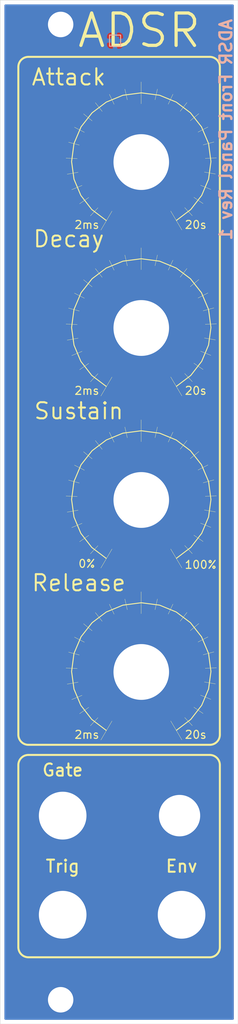
<source format=kicad_pcb>
(kicad_pcb (version 20171130) (host pcbnew 5.1.4)

  (general
    (thickness 1.6)
    (drawings 37)
    (tracks 10)
    (zones 0)
    (modules 5)
    (nets 2)
  )

  (page A4)
  (layers
    (0 F.Cu signal)
    (31 B.Cu signal)
    (32 B.Adhes user)
    (33 F.Adhes user)
    (34 B.Paste user)
    (35 F.Paste user)
    (36 B.SilkS user)
    (37 F.SilkS user)
    (38 B.Mask user)
    (39 F.Mask user)
    (40 Dwgs.User user)
    (41 Cmts.User user)
    (42 Eco1.User user)
    (43 Eco2.User user)
    (44 Edge.Cuts user)
    (45 Margin user)
    (46 B.CrtYd user)
    (47 F.CrtYd user)
    (48 B.Fab user)
    (49 F.Fab user)
  )

  (setup
    (last_trace_width 0.25)
    (trace_clearance 0.2)
    (zone_clearance 0.508)
    (zone_45_only no)
    (trace_min 0.2)
    (via_size 0.8)
    (via_drill 0.4)
    (via_min_size 0.4)
    (via_min_drill 0.3)
    (user_via 4 3)
    (user_via 6.2 5.2)
    (user_via 7.999999 6.000001)
    (user_via 11.999999 7.000001)
    (uvia_size 0.3)
    (uvia_drill 0.1)
    (uvias_allowed no)
    (uvia_min_size 0.2)
    (uvia_min_drill 0.1)
    (edge_width 0.05)
    (segment_width 0.2)
    (pcb_text_width 0.3)
    (pcb_text_size 1.5 1.5)
    (mod_edge_width 0.12)
    (mod_text_size 1 1)
    (mod_text_width 0.15)
    (pad_size 1.524 1.524)
    (pad_drill 0.762)
    (pad_to_mask_clearance 0.051)
    (solder_mask_min_width 0.25)
    (aux_axis_origin 0 0)
    (visible_elements FFFFFF7F)
    (pcbplotparams
      (layerselection 0x010fc_ffffffff)
      (usegerberextensions false)
      (usegerberattributes false)
      (usegerberadvancedattributes false)
      (creategerberjobfile false)
      (excludeedgelayer true)
      (linewidth 0.100000)
      (plotframeref false)
      (viasonmask false)
      (mode 1)
      (useauxorigin false)
      (hpglpennumber 1)
      (hpglpenspeed 20)
      (hpglpendiameter 15.000000)
      (psnegative false)
      (psa4output false)
      (plotreference true)
      (plotvalue true)
      (plotinvisibletext false)
      (padsonsilk false)
      (subtractmaskfromsilk false)
      (outputformat 1)
      (mirror false)
      (drillshape 1)
      (scaleselection 1)
      (outputdirectory ""))
  )

  (net 0 "")
  (net 1 GND)

  (net_class Default "This is the default net class."
    (clearance 0.2)
    (trace_width 0.25)
    (via_dia 0.8)
    (via_drill 0.4)
    (uvia_dia 0.3)
    (uvia_drill 0.1)
    (add_net GND)
  )

  (module AS3340_VCO_FP:knob_tick_marks (layer F.Cu) (tedit 5D785F37) (tstamp 5D7986A0)
    (at 81.534 123.444)
    (descr "Imported from knob_tick_marks.svg")
    (tags svg2mod)
    (attr smd)
    (fp_text reference tick_marks (at 0 -12.347405) (layer F.SilkS) hide
      (effects (font (size 1.524 1.524) (thickness 0.3048)))
    )
    (fp_text value G*** (at 0 12.347405) (layer F.SilkS) hide
      (effects (font (size 1.524 1.524) (thickness 0.3048)))
    )
    (fp_line (start 5.11941 9.283685) (end 3.710646 6.912775) (layer F.SilkS) (width 0.032346))
    (fp_line (start 3.710646 6.912775) (end 5.11941 9.283685) (layer F.SilkS) (width 0.032346))
    (fp_line (start 6.427583 7.491695) (end 5.477879 6.483435) (layer F.SilkS) (width 0.032346))
    (fp_line (start 5.477879 6.483435) (end 6.427583 7.491695) (layer F.SilkS) (width 0.032346))
    (fp_line (start 7.783587 5.969315) (end 6.633531 5.185985) (layer F.SilkS) (width 0.032346))
    (fp_line (start 6.633531 5.185985) (end 7.783587 5.969315) (layer F.SilkS) (width 0.032346))
    (fp_line (start 8.771023 4.195885) (end 7.475071 3.674585) (layer F.SilkS) (width 0.032346))
    (fp_line (start 7.475071 3.674585) (end 8.771023 4.195885) (layer F.SilkS) (width 0.032346))
    (fp_line (start 9.343135 2.255395) (end 7.962653 2.020805) (layer F.SilkS) (width 0.032346))
    (fp_line (start 7.962653 2.020805) (end 9.343135 2.255395) (layer F.SilkS) (width 0.032346))
    (fp_line (start 9.472832 0.239745) (end 8.073187 0.302945) (layer F.SilkS) (width 0.032346))
    (fp_line (start 8.073187 0.302945) (end 9.472832 0.239745) (layer F.SilkS) (width 0.032346))
    (fp_line (start 9.153974 -1.755685) (end 7.80144 -1.397635) (layer F.SilkS) (width 0.032346))
    (fp_line (start 7.80144 -1.397635) (end 9.153974 -1.755685) (layer F.SilkS) (width 0.032346))
    (fp_line (start 8.401658 -3.636345) (end 7.160281 -3.000425) (layer F.SilkS) (width 0.032346))
    (fp_line (start 7.160281 -3.000425) (end 8.401658 -3.636345) (layer F.SilkS) (width 0.032346))
    (fp_line (start 7.251508 -5.313205) (end 6.180067 -4.429525) (layer F.SilkS) (width 0.032346))
    (fp_line (start 6.180067 -4.429525) (end 7.251508 -5.313205) (layer F.SilkS) (width 0.032346))
    (fp_line (start 5.757984 -6.706865) (end 4.907215 -5.617265) (layer F.SilkS) (width 0.032346))
    (fp_line (start 4.907215 -5.617265) (end 5.757984 -6.706865) (layer F.SilkS) (width 0.032346))
    (fp_line (start 3.991808 -7.751335) (end 3.401994 -6.507405) (layer F.SilkS) (width 0.032346))
    (fp_line (start 3.401994 -6.507405) (end 3.991808 -7.751335) (layer F.SilkS) (width 0.032346))
    (fp_line (start 2.036609 -8.397145) (end 1.73568 -7.057805) (layer F.SilkS) (width 0.032346))
    (fp_line (start 1.73568 -7.057805) (end 2.036609 -8.397145) (layer F.SilkS) (width 0.032346))
    (fp_line (start -0.016143 -9.299405) (end -0.011743 -6.556715) (layer F.SilkS) (width 0.032346))
    (fp_line (start -0.011743 -6.556715) (end -0.016143 -9.299405) (layer F.SilkS) (width 0.032346))
    (fp_line (start -2.065983 -8.390825) (end -1.76075 -7.052415) (layer F.SilkS) (width 0.032346))
    (fp_line (start -1.76075 -7.052415) (end -2.065983 -8.390825) (layer F.SilkS) (width 0.032346))
    (fp_line (start -4.019097 -7.738995) (end -3.425287 -6.496895) (layer F.SilkS) (width 0.032346))
    (fp_line (start -3.425287 -6.496895) (end -4.019097 -7.738995) (layer F.SilkS) (width 0.032346))
    (fp_line (start -5.781907 -6.689095) (end -4.927638 -5.602125) (layer F.SilkS) (width 0.032346))
    (fp_line (start -4.927638 -5.602125) (end -5.781907 -6.689095) (layer F.SilkS) (width 0.032346))
    (fp_line (start -7.270942 -5.290845) (end -6.196667 -4.410465) (layer F.SilkS) (width 0.032346))
    (fp_line (start -6.196667 -4.410465) (end -7.270942 -5.290845) (layer F.SilkS) (width 0.032346))
    (fp_line (start -8.415696 -3.610455) (end -7.172281 -2.978355) (layer F.SilkS) (width 0.032346))
    (fp_line (start -7.172281 -2.978355) (end -8.415696 -3.610455) (layer F.SilkS) (width 0.032346))
    (fp_line (start -9.161962 -1.727485) (end -7.808285 -1.373595) (layer F.SilkS) (width 0.032346))
    (fp_line (start -7.808285 -1.373595) (end -9.161962 -1.727485) (layer F.SilkS) (width 0.032346))
    (fp_line (start -9.474404 0.268915) (end -8.074563 0.327815) (layer F.SilkS) (width 0.032346))
    (fp_line (start -8.074563 0.327815) (end -9.474404 0.268915) (layer F.SilkS) (width 0.032346))
    (fp_line (start -9.338227 2.284155) (end -7.958507 2.045315) (layer F.SilkS) (width 0.032346))
    (fp_line (start -7.958507 2.045315) (end -9.338227 2.284155) (layer F.SilkS) (width 0.032346))
    (fp_line (start -8.75988 4.222875) (end -7.465611 3.697585) (layer F.SilkS) (width 0.032346))
    (fp_line (start -7.465611 3.697585) (end -8.75988 4.222875) (layer F.SilkS) (width 0.032346))
    (fp_line (start -7.766748 5.993255) (end -6.619216 5.206385) (layer F.SilkS) (width 0.032346))
    (fp_line (start -6.619216 5.206385) (end -7.766748 5.993255) (layer F.SilkS) (width 0.032346))
    (fp_line (start -6.405857 7.511455) (end -5.459399 6.500275) (layer F.SilkS) (width 0.032346))
    (fp_line (start -5.459399 6.500275) (end -6.405857 7.511455) (layer F.SilkS) (width 0.032346))
    (fp_line (start -5.091929 9.299405) (end -3.690794 6.924175) (layer F.SilkS) (width 0.032346))
    (fp_line (start -3.690794 6.924175) (end -5.091929 9.299405) (layer F.SilkS) (width 0.032346))
    (fp_poly (pts (xy 0 -7.988525) (xy -2.326013 -7.684565) (xy -4.437832 -6.820018) (xy -6.240918 -5.465883)
      (xy -7.64073 -3.693159) (xy -8.542729 -1.572845) (xy -8.844793 0.704834) (xy -8.538211 2.925137)
      (xy -7.668557 4.980292) (xy -6.281407 6.762526) (xy -4.422334 8.164065) (xy -4.360304 8.059605)
      (xy -6.193624 6.677555) (xy -7.561473 4.920232) (xy -8.418954 2.893814) (xy -8.721172 0.704479)
      (xy -8.423231 -1.541595) (xy -7.533847 -3.632536) (xy -6.153734 -5.380608) (xy -4.375989 -6.715849)
      (xy -2.293712 -7.568298) (xy 0 -7.867995) (xy 2.293711 -7.568298) (xy 4.375989 -6.715849)
      (xy 6.153733 -5.380608) (xy 7.533846 -3.632536) (xy 8.42323 -1.541595) (xy 8.721171 0.704479)
      (xy 8.418954 2.893814) (xy 7.561473 4.920232) (xy 6.193624 6.677555) (xy 4.360303 8.059605)
      (xy 4.422333 8.164065) (xy 6.281406 6.762526) (xy 7.668556 4.980292) (xy 8.53821 2.925137)
      (xy 8.844792 0.704834) (xy 8.542728 -1.572845) (xy 7.64073 -3.693159) (xy 6.240917 -5.465883)
      (xy 4.437832 -6.820018) (xy 2.326012 -7.684565) (xy 0 -7.988525)) (layer F.SilkS) (width 0))
  )

  (module AS3340_VCO_FP:knob_tick_marks (layer F.Cu) (tedit 5D785F37) (tstamp 5D7986A0)
    (at 81.534 101.854)
    (descr "Imported from knob_tick_marks.svg")
    (tags svg2mod)
    (attr smd)
    (fp_text reference tick_marks (at 0 -12.347405) (layer F.SilkS) hide
      (effects (font (size 1.524 1.524) (thickness 0.3048)))
    )
    (fp_text value G*** (at 0 12.347405) (layer F.SilkS) hide
      (effects (font (size 1.524 1.524) (thickness 0.3048)))
    )
    (fp_line (start 5.11941 9.283685) (end 3.710646 6.912775) (layer F.SilkS) (width 0.032346))
    (fp_line (start 3.710646 6.912775) (end 5.11941 9.283685) (layer F.SilkS) (width 0.032346))
    (fp_line (start 6.427583 7.491695) (end 5.477879 6.483435) (layer F.SilkS) (width 0.032346))
    (fp_line (start 5.477879 6.483435) (end 6.427583 7.491695) (layer F.SilkS) (width 0.032346))
    (fp_line (start 7.783587 5.969315) (end 6.633531 5.185985) (layer F.SilkS) (width 0.032346))
    (fp_line (start 6.633531 5.185985) (end 7.783587 5.969315) (layer F.SilkS) (width 0.032346))
    (fp_line (start 8.771023 4.195885) (end 7.475071 3.674585) (layer F.SilkS) (width 0.032346))
    (fp_line (start 7.475071 3.674585) (end 8.771023 4.195885) (layer F.SilkS) (width 0.032346))
    (fp_line (start 9.343135 2.255395) (end 7.962653 2.020805) (layer F.SilkS) (width 0.032346))
    (fp_line (start 7.962653 2.020805) (end 9.343135 2.255395) (layer F.SilkS) (width 0.032346))
    (fp_line (start 9.472832 0.239745) (end 8.073187 0.302945) (layer F.SilkS) (width 0.032346))
    (fp_line (start 8.073187 0.302945) (end 9.472832 0.239745) (layer F.SilkS) (width 0.032346))
    (fp_line (start 9.153974 -1.755685) (end 7.80144 -1.397635) (layer F.SilkS) (width 0.032346))
    (fp_line (start 7.80144 -1.397635) (end 9.153974 -1.755685) (layer F.SilkS) (width 0.032346))
    (fp_line (start 8.401658 -3.636345) (end 7.160281 -3.000425) (layer F.SilkS) (width 0.032346))
    (fp_line (start 7.160281 -3.000425) (end 8.401658 -3.636345) (layer F.SilkS) (width 0.032346))
    (fp_line (start 7.251508 -5.313205) (end 6.180067 -4.429525) (layer F.SilkS) (width 0.032346))
    (fp_line (start 6.180067 -4.429525) (end 7.251508 -5.313205) (layer F.SilkS) (width 0.032346))
    (fp_line (start 5.757984 -6.706865) (end 4.907215 -5.617265) (layer F.SilkS) (width 0.032346))
    (fp_line (start 4.907215 -5.617265) (end 5.757984 -6.706865) (layer F.SilkS) (width 0.032346))
    (fp_line (start 3.991808 -7.751335) (end 3.401994 -6.507405) (layer F.SilkS) (width 0.032346))
    (fp_line (start 3.401994 -6.507405) (end 3.991808 -7.751335) (layer F.SilkS) (width 0.032346))
    (fp_line (start 2.036609 -8.397145) (end 1.73568 -7.057805) (layer F.SilkS) (width 0.032346))
    (fp_line (start 1.73568 -7.057805) (end 2.036609 -8.397145) (layer F.SilkS) (width 0.032346))
    (fp_line (start -0.016143 -9.299405) (end -0.011743 -6.556715) (layer F.SilkS) (width 0.032346))
    (fp_line (start -0.011743 -6.556715) (end -0.016143 -9.299405) (layer F.SilkS) (width 0.032346))
    (fp_line (start -2.065983 -8.390825) (end -1.76075 -7.052415) (layer F.SilkS) (width 0.032346))
    (fp_line (start -1.76075 -7.052415) (end -2.065983 -8.390825) (layer F.SilkS) (width 0.032346))
    (fp_line (start -4.019097 -7.738995) (end -3.425287 -6.496895) (layer F.SilkS) (width 0.032346))
    (fp_line (start -3.425287 -6.496895) (end -4.019097 -7.738995) (layer F.SilkS) (width 0.032346))
    (fp_line (start -5.781907 -6.689095) (end -4.927638 -5.602125) (layer F.SilkS) (width 0.032346))
    (fp_line (start -4.927638 -5.602125) (end -5.781907 -6.689095) (layer F.SilkS) (width 0.032346))
    (fp_line (start -7.270942 -5.290845) (end -6.196667 -4.410465) (layer F.SilkS) (width 0.032346))
    (fp_line (start -6.196667 -4.410465) (end -7.270942 -5.290845) (layer F.SilkS) (width 0.032346))
    (fp_line (start -8.415696 -3.610455) (end -7.172281 -2.978355) (layer F.SilkS) (width 0.032346))
    (fp_line (start -7.172281 -2.978355) (end -8.415696 -3.610455) (layer F.SilkS) (width 0.032346))
    (fp_line (start -9.161962 -1.727485) (end -7.808285 -1.373595) (layer F.SilkS) (width 0.032346))
    (fp_line (start -7.808285 -1.373595) (end -9.161962 -1.727485) (layer F.SilkS) (width 0.032346))
    (fp_line (start -9.474404 0.268915) (end -8.074563 0.327815) (layer F.SilkS) (width 0.032346))
    (fp_line (start -8.074563 0.327815) (end -9.474404 0.268915) (layer F.SilkS) (width 0.032346))
    (fp_line (start -9.338227 2.284155) (end -7.958507 2.045315) (layer F.SilkS) (width 0.032346))
    (fp_line (start -7.958507 2.045315) (end -9.338227 2.284155) (layer F.SilkS) (width 0.032346))
    (fp_line (start -8.75988 4.222875) (end -7.465611 3.697585) (layer F.SilkS) (width 0.032346))
    (fp_line (start -7.465611 3.697585) (end -8.75988 4.222875) (layer F.SilkS) (width 0.032346))
    (fp_line (start -7.766748 5.993255) (end -6.619216 5.206385) (layer F.SilkS) (width 0.032346))
    (fp_line (start -6.619216 5.206385) (end -7.766748 5.993255) (layer F.SilkS) (width 0.032346))
    (fp_line (start -6.405857 7.511455) (end -5.459399 6.500275) (layer F.SilkS) (width 0.032346))
    (fp_line (start -5.459399 6.500275) (end -6.405857 7.511455) (layer F.SilkS) (width 0.032346))
    (fp_line (start -5.091929 9.299405) (end -3.690794 6.924175) (layer F.SilkS) (width 0.032346))
    (fp_line (start -3.690794 6.924175) (end -5.091929 9.299405) (layer F.SilkS) (width 0.032346))
    (fp_poly (pts (xy 0 -7.988525) (xy -2.326013 -7.684565) (xy -4.437832 -6.820018) (xy -6.240918 -5.465883)
      (xy -7.64073 -3.693159) (xy -8.542729 -1.572845) (xy -8.844793 0.704834) (xy -8.538211 2.925137)
      (xy -7.668557 4.980292) (xy -6.281407 6.762526) (xy -4.422334 8.164065) (xy -4.360304 8.059605)
      (xy -6.193624 6.677555) (xy -7.561473 4.920232) (xy -8.418954 2.893814) (xy -8.721172 0.704479)
      (xy -8.423231 -1.541595) (xy -7.533847 -3.632536) (xy -6.153734 -5.380608) (xy -4.375989 -6.715849)
      (xy -2.293712 -7.568298) (xy 0 -7.867995) (xy 2.293711 -7.568298) (xy 4.375989 -6.715849)
      (xy 6.153733 -5.380608) (xy 7.533846 -3.632536) (xy 8.42323 -1.541595) (xy 8.721171 0.704479)
      (xy 8.418954 2.893814) (xy 7.561473 4.920232) (xy 6.193624 6.677555) (xy 4.360303 8.059605)
      (xy 4.422333 8.164065) (xy 6.281406 6.762526) (xy 7.668556 4.980292) (xy 8.53821 2.925137)
      (xy 8.844792 0.704834) (xy 8.542728 -1.572845) (xy 7.64073 -3.693159) (xy 6.240917 -5.465883)
      (xy 4.437832 -6.820018) (xy 2.326012 -7.684565) (xy 0 -7.988525)) (layer F.SilkS) (width 0))
  )

  (module AS3340_VCO_FP:knob_tick_marks (layer F.Cu) (tedit 5D785F37) (tstamp 5D78B7EE)
    (at 81.534 80.264)
    (descr "Imported from knob_tick_marks.svg")
    (tags svg2mod)
    (attr smd)
    (fp_text reference tick_marks (at 0 -12.347405) (layer F.SilkS) hide
      (effects (font (size 1.524 1.524) (thickness 0.3048)))
    )
    (fp_text value G*** (at 0 12.347405) (layer F.SilkS) hide
      (effects (font (size 1.524 1.524) (thickness 0.3048)))
    )
    (fp_poly (pts (xy 0 -7.988525) (xy -2.326013 -7.684565) (xy -4.437832 -6.820018) (xy -6.240918 -5.465883)
      (xy -7.64073 -3.693159) (xy -8.542729 -1.572845) (xy -8.844793 0.704834) (xy -8.538211 2.925137)
      (xy -7.668557 4.980292) (xy -6.281407 6.762526) (xy -4.422334 8.164065) (xy -4.360304 8.059605)
      (xy -6.193624 6.677555) (xy -7.561473 4.920232) (xy -8.418954 2.893814) (xy -8.721172 0.704479)
      (xy -8.423231 -1.541595) (xy -7.533847 -3.632536) (xy -6.153734 -5.380608) (xy -4.375989 -6.715849)
      (xy -2.293712 -7.568298) (xy 0 -7.867995) (xy 2.293711 -7.568298) (xy 4.375989 -6.715849)
      (xy 6.153733 -5.380608) (xy 7.533846 -3.632536) (xy 8.42323 -1.541595) (xy 8.721171 0.704479)
      (xy 8.418954 2.893814) (xy 7.561473 4.920232) (xy 6.193624 6.677555) (xy 4.360303 8.059605)
      (xy 4.422333 8.164065) (xy 6.281406 6.762526) (xy 7.668556 4.980292) (xy 8.53821 2.925137)
      (xy 8.844792 0.704834) (xy 8.542728 -1.572845) (xy 7.64073 -3.693159) (xy 6.240917 -5.465883)
      (xy 4.437832 -6.820018) (xy 2.326012 -7.684565) (xy 0 -7.988525)) (layer F.SilkS) (width 0))
    (fp_line (start -3.690794 6.924175) (end -5.091929 9.299405) (layer F.SilkS) (width 0.032346))
    (fp_line (start -5.091929 9.299405) (end -3.690794 6.924175) (layer F.SilkS) (width 0.032346))
    (fp_line (start -5.459399 6.500275) (end -6.405857 7.511455) (layer F.SilkS) (width 0.032346))
    (fp_line (start -6.405857 7.511455) (end -5.459399 6.500275) (layer F.SilkS) (width 0.032346))
    (fp_line (start -6.619216 5.206385) (end -7.766748 5.993255) (layer F.SilkS) (width 0.032346))
    (fp_line (start -7.766748 5.993255) (end -6.619216 5.206385) (layer F.SilkS) (width 0.032346))
    (fp_line (start -7.465611 3.697585) (end -8.75988 4.222875) (layer F.SilkS) (width 0.032346))
    (fp_line (start -8.75988 4.222875) (end -7.465611 3.697585) (layer F.SilkS) (width 0.032346))
    (fp_line (start -7.958507 2.045315) (end -9.338227 2.284155) (layer F.SilkS) (width 0.032346))
    (fp_line (start -9.338227 2.284155) (end -7.958507 2.045315) (layer F.SilkS) (width 0.032346))
    (fp_line (start -8.074563 0.327815) (end -9.474404 0.268915) (layer F.SilkS) (width 0.032346))
    (fp_line (start -9.474404 0.268915) (end -8.074563 0.327815) (layer F.SilkS) (width 0.032346))
    (fp_line (start -7.808285 -1.373595) (end -9.161962 -1.727485) (layer F.SilkS) (width 0.032346))
    (fp_line (start -9.161962 -1.727485) (end -7.808285 -1.373595) (layer F.SilkS) (width 0.032346))
    (fp_line (start -7.172281 -2.978355) (end -8.415696 -3.610455) (layer F.SilkS) (width 0.032346))
    (fp_line (start -8.415696 -3.610455) (end -7.172281 -2.978355) (layer F.SilkS) (width 0.032346))
    (fp_line (start -6.196667 -4.410465) (end -7.270942 -5.290845) (layer F.SilkS) (width 0.032346))
    (fp_line (start -7.270942 -5.290845) (end -6.196667 -4.410465) (layer F.SilkS) (width 0.032346))
    (fp_line (start -4.927638 -5.602125) (end -5.781907 -6.689095) (layer F.SilkS) (width 0.032346))
    (fp_line (start -5.781907 -6.689095) (end -4.927638 -5.602125) (layer F.SilkS) (width 0.032346))
    (fp_line (start -3.425287 -6.496895) (end -4.019097 -7.738995) (layer F.SilkS) (width 0.032346))
    (fp_line (start -4.019097 -7.738995) (end -3.425287 -6.496895) (layer F.SilkS) (width 0.032346))
    (fp_line (start -1.76075 -7.052415) (end -2.065983 -8.390825) (layer F.SilkS) (width 0.032346))
    (fp_line (start -2.065983 -8.390825) (end -1.76075 -7.052415) (layer F.SilkS) (width 0.032346))
    (fp_line (start -0.011743 -6.556715) (end -0.016143 -9.299405) (layer F.SilkS) (width 0.032346))
    (fp_line (start -0.016143 -9.299405) (end -0.011743 -6.556715) (layer F.SilkS) (width 0.032346))
    (fp_line (start 1.73568 -7.057805) (end 2.036609 -8.397145) (layer F.SilkS) (width 0.032346))
    (fp_line (start 2.036609 -8.397145) (end 1.73568 -7.057805) (layer F.SilkS) (width 0.032346))
    (fp_line (start 3.401994 -6.507405) (end 3.991808 -7.751335) (layer F.SilkS) (width 0.032346))
    (fp_line (start 3.991808 -7.751335) (end 3.401994 -6.507405) (layer F.SilkS) (width 0.032346))
    (fp_line (start 4.907215 -5.617265) (end 5.757984 -6.706865) (layer F.SilkS) (width 0.032346))
    (fp_line (start 5.757984 -6.706865) (end 4.907215 -5.617265) (layer F.SilkS) (width 0.032346))
    (fp_line (start 6.180067 -4.429525) (end 7.251508 -5.313205) (layer F.SilkS) (width 0.032346))
    (fp_line (start 7.251508 -5.313205) (end 6.180067 -4.429525) (layer F.SilkS) (width 0.032346))
    (fp_line (start 7.160281 -3.000425) (end 8.401658 -3.636345) (layer F.SilkS) (width 0.032346))
    (fp_line (start 8.401658 -3.636345) (end 7.160281 -3.000425) (layer F.SilkS) (width 0.032346))
    (fp_line (start 7.80144 -1.397635) (end 9.153974 -1.755685) (layer F.SilkS) (width 0.032346))
    (fp_line (start 9.153974 -1.755685) (end 7.80144 -1.397635) (layer F.SilkS) (width 0.032346))
    (fp_line (start 8.073187 0.302945) (end 9.472832 0.239745) (layer F.SilkS) (width 0.032346))
    (fp_line (start 9.472832 0.239745) (end 8.073187 0.302945) (layer F.SilkS) (width 0.032346))
    (fp_line (start 7.962653 2.020805) (end 9.343135 2.255395) (layer F.SilkS) (width 0.032346))
    (fp_line (start 9.343135 2.255395) (end 7.962653 2.020805) (layer F.SilkS) (width 0.032346))
    (fp_line (start 7.475071 3.674585) (end 8.771023 4.195885) (layer F.SilkS) (width 0.032346))
    (fp_line (start 8.771023 4.195885) (end 7.475071 3.674585) (layer F.SilkS) (width 0.032346))
    (fp_line (start 6.633531 5.185985) (end 7.783587 5.969315) (layer F.SilkS) (width 0.032346))
    (fp_line (start 7.783587 5.969315) (end 6.633531 5.185985) (layer F.SilkS) (width 0.032346))
    (fp_line (start 5.477879 6.483435) (end 6.427583 7.491695) (layer F.SilkS) (width 0.032346))
    (fp_line (start 6.427583 7.491695) (end 5.477879 6.483435) (layer F.SilkS) (width 0.032346))
    (fp_line (start 3.710646 6.912775) (end 5.11941 9.283685) (layer F.SilkS) (width 0.032346))
    (fp_line (start 5.11941 9.283685) (end 3.710646 6.912775) (layer F.SilkS) (width 0.032346))
  )

  (module AS3340_VCO_FP:knob_tick_marks (layer F.Cu) (tedit 5D785F37) (tstamp 5D78AE1A)
    (at 81.534 59.436)
    (descr "Imported from knob_tick_marks.svg")
    (tags svg2mod)
    (attr smd)
    (fp_text reference tick_marks (at 0 -12.347405) (layer F.SilkS) hide
      (effects (font (size 1.524 1.524) (thickness 0.3048)))
    )
    (fp_text value G*** (at 0 12.347405) (layer F.SilkS) hide
      (effects (font (size 1.524 1.524) (thickness 0.3048)))
    )
    (fp_line (start 5.11941 9.283685) (end 3.710646 6.912775) (layer F.SilkS) (width 0.032346))
    (fp_line (start 3.710646 6.912775) (end 5.11941 9.283685) (layer F.SilkS) (width 0.032346))
    (fp_line (start 6.427583 7.491695) (end 5.477879 6.483435) (layer F.SilkS) (width 0.032346))
    (fp_line (start 5.477879 6.483435) (end 6.427583 7.491695) (layer F.SilkS) (width 0.032346))
    (fp_line (start 7.783587 5.969315) (end 6.633531 5.185985) (layer F.SilkS) (width 0.032346))
    (fp_line (start 6.633531 5.185985) (end 7.783587 5.969315) (layer F.SilkS) (width 0.032346))
    (fp_line (start 8.771023 4.195885) (end 7.475071 3.674585) (layer F.SilkS) (width 0.032346))
    (fp_line (start 7.475071 3.674585) (end 8.771023 4.195885) (layer F.SilkS) (width 0.032346))
    (fp_line (start 9.343135 2.255395) (end 7.962653 2.020805) (layer F.SilkS) (width 0.032346))
    (fp_line (start 7.962653 2.020805) (end 9.343135 2.255395) (layer F.SilkS) (width 0.032346))
    (fp_line (start 9.472832 0.239745) (end 8.073187 0.302945) (layer F.SilkS) (width 0.032346))
    (fp_line (start 8.073187 0.302945) (end 9.472832 0.239745) (layer F.SilkS) (width 0.032346))
    (fp_line (start 9.153974 -1.755685) (end 7.80144 -1.397635) (layer F.SilkS) (width 0.032346))
    (fp_line (start 7.80144 -1.397635) (end 9.153974 -1.755685) (layer F.SilkS) (width 0.032346))
    (fp_line (start 8.401658 -3.636345) (end 7.160281 -3.000425) (layer F.SilkS) (width 0.032346))
    (fp_line (start 7.160281 -3.000425) (end 8.401658 -3.636345) (layer F.SilkS) (width 0.032346))
    (fp_line (start 7.251508 -5.313205) (end 6.180067 -4.429525) (layer F.SilkS) (width 0.032346))
    (fp_line (start 6.180067 -4.429525) (end 7.251508 -5.313205) (layer F.SilkS) (width 0.032346))
    (fp_line (start 5.757984 -6.706865) (end 4.907215 -5.617265) (layer F.SilkS) (width 0.032346))
    (fp_line (start 4.907215 -5.617265) (end 5.757984 -6.706865) (layer F.SilkS) (width 0.032346))
    (fp_line (start 3.991808 -7.751335) (end 3.401994 -6.507405) (layer F.SilkS) (width 0.032346))
    (fp_line (start 3.401994 -6.507405) (end 3.991808 -7.751335) (layer F.SilkS) (width 0.032346))
    (fp_line (start 2.036609 -8.397145) (end 1.73568 -7.057805) (layer F.SilkS) (width 0.032346))
    (fp_line (start 1.73568 -7.057805) (end 2.036609 -8.397145) (layer F.SilkS) (width 0.032346))
    (fp_line (start -0.016143 -9.299405) (end -0.011743 -6.556715) (layer F.SilkS) (width 0.032346))
    (fp_line (start -0.011743 -6.556715) (end -0.016143 -9.299405) (layer F.SilkS) (width 0.032346))
    (fp_line (start -2.065983 -8.390825) (end -1.76075 -7.052415) (layer F.SilkS) (width 0.032346))
    (fp_line (start -1.76075 -7.052415) (end -2.065983 -8.390825) (layer F.SilkS) (width 0.032346))
    (fp_line (start -4.019097 -7.738995) (end -3.425287 -6.496895) (layer F.SilkS) (width 0.032346))
    (fp_line (start -3.425287 -6.496895) (end -4.019097 -7.738995) (layer F.SilkS) (width 0.032346))
    (fp_line (start -5.781907 -6.689095) (end -4.927638 -5.602125) (layer F.SilkS) (width 0.032346))
    (fp_line (start -4.927638 -5.602125) (end -5.781907 -6.689095) (layer F.SilkS) (width 0.032346))
    (fp_line (start -7.270942 -5.290845) (end -6.196667 -4.410465) (layer F.SilkS) (width 0.032346))
    (fp_line (start -6.196667 -4.410465) (end -7.270942 -5.290845) (layer F.SilkS) (width 0.032346))
    (fp_line (start -8.415696 -3.610455) (end -7.172281 -2.978355) (layer F.SilkS) (width 0.032346))
    (fp_line (start -7.172281 -2.978355) (end -8.415696 -3.610455) (layer F.SilkS) (width 0.032346))
    (fp_line (start -9.161962 -1.727485) (end -7.808285 -1.373595) (layer F.SilkS) (width 0.032346))
    (fp_line (start -7.808285 -1.373595) (end -9.161962 -1.727485) (layer F.SilkS) (width 0.032346))
    (fp_line (start -9.474404 0.268915) (end -8.074563 0.327815) (layer F.SilkS) (width 0.032346))
    (fp_line (start -8.074563 0.327815) (end -9.474404 0.268915) (layer F.SilkS) (width 0.032346))
    (fp_line (start -9.338227 2.284155) (end -7.958507 2.045315) (layer F.SilkS) (width 0.032346))
    (fp_line (start -7.958507 2.045315) (end -9.338227 2.284155) (layer F.SilkS) (width 0.032346))
    (fp_line (start -8.75988 4.222875) (end -7.465611 3.697585) (layer F.SilkS) (width 0.032346))
    (fp_line (start -7.465611 3.697585) (end -8.75988 4.222875) (layer F.SilkS) (width 0.032346))
    (fp_line (start -7.766748 5.993255) (end -6.619216 5.206385) (layer F.SilkS) (width 0.032346))
    (fp_line (start -6.619216 5.206385) (end -7.766748 5.993255) (layer F.SilkS) (width 0.032346))
    (fp_line (start -6.405857 7.511455) (end -5.459399 6.500275) (layer F.SilkS) (width 0.032346))
    (fp_line (start -5.459399 6.500275) (end -6.405857 7.511455) (layer F.SilkS) (width 0.032346))
    (fp_line (start -5.091929 9.299405) (end -3.690794 6.924175) (layer F.SilkS) (width 0.032346))
    (fp_line (start -3.690794 6.924175) (end -5.091929 9.299405) (layer F.SilkS) (width 0.032346))
    (fp_poly (pts (xy 0 -7.988525) (xy -2.326013 -7.684565) (xy -4.437832 -6.820018) (xy -6.240918 -5.465883)
      (xy -7.64073 -3.693159) (xy -8.542729 -1.572845) (xy -8.844793 0.704834) (xy -8.538211 2.925137)
      (xy -7.668557 4.980292) (xy -6.281407 6.762526) (xy -4.422334 8.164065) (xy -4.360304 8.059605)
      (xy -6.193624 6.677555) (xy -7.561473 4.920232) (xy -8.418954 2.893814) (xy -8.721172 0.704479)
      (xy -8.423231 -1.541595) (xy -7.533847 -3.632536) (xy -6.153734 -5.380608) (xy -4.375989 -6.715849)
      (xy -2.293712 -7.568298) (xy 0 -7.867995) (xy 2.293711 -7.568298) (xy 4.375989 -6.715849)
      (xy 6.153733 -5.380608) (xy 7.533846 -3.632536) (xy 8.42323 -1.541595) (xy 8.721171 0.704479)
      (xy 8.418954 2.893814) (xy 7.561473 4.920232) (xy 6.193624 6.677555) (xy 4.360303 8.059605)
      (xy 4.422333 8.164065) (xy 6.281406 6.762526) (xy 7.668556 4.980292) (xy 8.53821 2.925137)
      (xy 8.844792 0.704834) (xy 8.542728 -1.572845) (xy 7.64073 -3.693159) (xy 6.240917 -5.465883)
      (xy 4.437832 -6.820018) (xy 2.326012 -7.684565) (xy 0 -7.988525)) (layer F.SilkS) (width 0))
  )

  (module TestPoint:TestPoint_Pad_1.0x1.0mm (layer B.Cu) (tedit 5A0F774F) (tstamp 5D78BF58)
    (at 78.232 44.958)
    (descr "SMD rectangular pad as test Point, square 1.0mm side length")
    (tags "test point SMD pad rectangle square")
    (path /5D78B81D)
    (attr virtual)
    (fp_text reference TP1 (at 0 1.448) (layer B.SilkS) hide
      (effects (font (size 1 1) (thickness 0.15)) (justify mirror))
    )
    (fp_text value TestPoint (at 0 -1.55) (layer B.Fab) hide
      (effects (font (size 1 1) (thickness 0.15)) (justify mirror))
    )
    (fp_text user %R (at 0 1.45) (layer B.Fab) hide
      (effects (font (size 1 1) (thickness 0.15)) (justify mirror))
    )
    (fp_line (start -0.7 0.7) (end 0.7 0.7) (layer B.SilkS) (width 0.12))
    (fp_line (start 0.7 0.7) (end 0.7 -0.7) (layer B.SilkS) (width 0.12))
    (fp_line (start 0.7 -0.7) (end -0.7 -0.7) (layer B.SilkS) (width 0.12))
    (fp_line (start -0.7 -0.7) (end -0.7 0.7) (layer B.SilkS) (width 0.12))
    (fp_line (start -1 1) (end 1 1) (layer B.CrtYd) (width 0.05))
    (fp_line (start -1 1) (end -1 -1) (layer B.CrtYd) (width 0.05))
    (fp_line (start 1 -1) (end 1 1) (layer B.CrtYd) (width 0.05))
    (fp_line (start 1 -1) (end -1 -1) (layer B.CrtYd) (width 0.05))
    (pad 1 smd rect (at 0 0) (size 1 1) (layers B.Cu B.Mask)
      (net 1 GND))
  )

  (gr_text 20s (at 88.392 68.072) (layer F.SilkS) (tstamp 5D8AF8B8)
    (effects (font (size 1 1) (thickness 0.15)))
  )
  (gr_text 20s (at 88.392 88.9) (layer F.SilkS) (tstamp 5D8AF8B8)
    (effects (font (size 1 1) (thickness 0.15)))
  )
  (gr_text 2ms (at 74.676 88.9) (layer F.SilkS) (tstamp 5D8AF845)
    (effects (font (size 1 1) (thickness 0.15)))
  )
  (gr_text 2ms (at 74.676 68.072) (layer F.SilkS) (tstamp 5D8AF845)
    (effects (font (size 1 1) (thickness 0.15)))
  )
  (gr_text 20s (at 88.392 132.08) (layer F.SilkS) (tstamp 5D8AF83F)
    (effects (font (size 1 1) (thickness 0.15)))
  )
  (gr_text 2ms (at 74.676 132.08) (layer F.SilkS) (tstamp 5D8AF83B)
    (effects (font (size 1 1) (thickness 0.15)))
  )
  (gr_line (start 67.31 160.02) (end 90.17 160.02) (layer F.SilkS) (width 0.254) (tstamp 5D798911))
  (gr_arc (start 67.31 158.75) (end 66.04 158.75) (angle -90) (layer F.SilkS) (width 0.254) (tstamp 5D798910))
  (gr_line (start 66.04 135.89) (end 66.04 158.75) (layer F.SilkS) (width 0.254) (tstamp 5D79890F))
  (gr_arc (start 90.17 158.75) (end 90.17 160.02) (angle -90) (layer F.SilkS) (width 0.254) (tstamp 5D79890E))
  (gr_line (start 91.44 158.75) (end 91.44 135.89) (layer F.SilkS) (width 0.254) (tstamp 5D7C3D62))
  (gr_text Env (at 86.614 148.59) (layer F.SilkS) (tstamp 5D798909)
    (effects (font (size 1.524 1.524) (thickness 0.254)))
  )
  (gr_text Trig (at 71.628 148.59) (layer F.SilkS)
    (effects (font (size 1.524 1.524) (thickness 0.254)))
  )
  (gr_text Gate (at 71.628 136.525) (layer F.SilkS)
    (effects (font (size 1.524 1.524) (thickness 0.254)))
  )
  (gr_text 100% (at 89.027 110.744) (layer F.SilkS)
    (effects (font (size 1 1) (thickness 0.15)))
  )
  (gr_text 0% (at 74.676 110.617) (layer F.SilkS)
    (effects (font (size 1 1) (thickness 0.15)))
  )
  (gr_line (start 67.31 133.35) (end 90.17 133.35) (layer F.SilkS) (width 0.254) (tstamp 5D7988B3))
  (gr_arc (start 67.31 132.08) (end 66.04 132.08) (angle -90) (layer F.SilkS) (width 0.254) (tstamp 5D7987D3))
  (gr_arc (start 90.17 132.08) (end 90.17 133.35) (angle -90) (layer F.SilkS) (width 0.254) (tstamp 5D7987D2))
  (gr_text Release (at 73.66 113.03) (layer F.SilkS) (tstamp 5D79875B)
    (effects (font (size 2.032 2.032) (thickness 0.254)))
  )
  (gr_text Sustain (at 73.66 91.44) (layer F.SilkS) (tstamp 5D79875B)
    (effects (font (size 2.032 2.032) (thickness 0.254)))
  )
  (gr_text "ADSR Front Panel Rev 1" (at 92.202 56.134 90) (layer B.SilkS)
    (effects (font (size 1.5 1.5) (thickness 0.3)) (justify mirror))
  )
  (gr_line (start 91.44 48.26) (end 91.44 132.08) (layer F.SilkS) (width 0.254) (tstamp 5D78502A))
  (gr_line (start 66.04 132.08) (end 66.04 48.26) (layer F.SilkS) (width 0.254) (tstamp 5D78502F))
  (gr_line (start 67.31 46.99) (end 90.17 46.99) (layer F.SilkS) (width 0.254) (tstamp 5D785028))
  (gr_arc (start 90.17 48.26) (end 91.44 48.26) (angle -90) (layer F.SilkS) (width 0.254) (tstamp 5D784FFC))
  (gr_arc (start 67.31 48.26) (end 67.31 46.99) (angle -90) (layer F.SilkS) (width 0.254) (tstamp 5D78B078))
  (gr_text Attack (at 72.39 49.53) (layer F.SilkS)
    (effects (font (size 2.032 2.032) (thickness 0.254)))
  )
  (gr_text "ADSR\n" (at 81.28 43.688) (layer F.SilkS)
    (effects (font (size 4.064 4.064) (thickness 0.4064)))
  )
  (gr_text Decay (at 72.39 69.85) (layer F.SilkS)
    (effects (font (size 2.032 2.032) (thickness 0.254)))
  )
  (gr_arc (start 67.31 135.89) (end 67.31 134.62) (angle -90) (layer F.SilkS) (width 0.254) (tstamp 5D784AEE))
  (gr_line (start 90.17 134.62) (end 67.31 134.62) (layer F.SilkS) (width 0.254) (tstamp 5D784AF4))
  (gr_arc (start 90.17 135.89) (end 91.44 135.89) (angle -90) (layer F.SilkS) (width 0.254) (tstamp 5D784AF1))
  (gr_line (start 63.754 168.402) (end 63.754 39.878) (layer Edge.Cuts) (width 0.05) (tstamp 5D7807C7))
  (gr_line (start 93.726 168.402) (end 63.754 168.402) (layer Edge.Cuts) (width 0.05))
  (gr_line (start 93.726 39.878) (end 93.726 168.402) (layer Edge.Cuts) (width 0.05))
  (gr_line (start 63.754 39.878) (end 93.726 39.878) (layer Edge.Cuts) (width 0.05) (tstamp 5D784D4E))

  (via (at 86.36 142.24) (size 6.2) (drill 5.2) (layers F.Cu B.Cu) (net 1))
  (via (at 81.534 102.616) (size 11.999999) (drill 7.000001) (layers F.Cu B.Cu) (net 1) (tstamp 5D79869F))
  (via (at 81.534 124.206) (size 11.999999) (drill 7.000001) (layers F.Cu B.Cu) (net 1) (tstamp 5D79869F))
  (via (at 86.614 154.686) (size 7.999999) (drill 6.000001) (layers F.Cu B.Cu) (net 1) (tstamp 5D784B06))
  (via (at 71.628 142.24) (size 7.999999) (drill 6.000001) (layers F.Cu B.Cu) (net 1) (tstamp 5D784B09))
  (via (at 71.628 154.686) (size 7.999999) (drill 6.000001) (layers F.Cu B.Cu) (net 1) (tstamp 5D784B0F))
  (via (at 81.534 81.026) (size 11.999999) (drill 7.000001) (layers F.Cu B.Cu) (net 1))
  (via (at 81.534 60.198) (size 11.999999) (drill 7.000001) (layers F.Cu B.Cu) (net 1))
  (via (at 71.374 42.926) (size 4.99999) (drill 3.2004) (layers F.Cu B.Cu) (net 1) (tstamp 5D785324))
  (via (at 71.374 165.354) (size 4.99999) (drill 3.2004) (layers F.Cu B.Cu) (net 1) (tstamp 5D7852D5))

  (zone (net 1) (net_name GND) (layer F.Cu) (tstamp 0) (hatch edge 0.508)
    (connect_pads (clearance 0.508))
    (min_thickness 0.254)
    (fill yes (arc_segments 32) (thermal_gap 0.508) (thermal_bridge_width 0.508))
    (polygon
      (pts
        (xy 63.754 39.878) (xy 93.726 39.878) (xy 93.726 168.402) (xy 63.754 168.402)
      )
    )
    (filled_polygon
      (pts
        (xy 93.066001 167.742) (xy 64.414 167.742) (xy 64.414 40.538) (xy 93.066 40.538)
      )
    )
  )
  (zone (net 1) (net_name GND) (layer B.Cu) (tstamp 0) (hatch edge 0.508)
    (connect_pads (clearance 0.508))
    (min_thickness 0.254)
    (fill yes (arc_segments 32) (thermal_gap 0.508) (thermal_bridge_width 0.508))
    (polygon
      (pts
        (xy 63.754 39.878) (xy 93.726 39.878) (xy 93.726 168.402) (xy 63.754 168.402)
      )
    )
    (filled_polygon
      (pts
        (xy 93.066001 167.742) (xy 64.414 167.742) (xy 64.414 45.458) (xy 77.093928 45.458) (xy 77.106188 45.582482)
        (xy 77.142498 45.70218) (xy 77.201463 45.812494) (xy 77.280815 45.909185) (xy 77.377506 45.988537) (xy 77.48782 46.047502)
        (xy 77.607518 46.083812) (xy 77.732 46.096072) (xy 77.94625 46.093) (xy 78.105 45.93425) (xy 78.105 45.085)
        (xy 78.359 45.085) (xy 78.359 45.93425) (xy 78.51775 46.093) (xy 78.732 46.096072) (xy 78.856482 46.083812)
        (xy 78.97618 46.047502) (xy 79.086494 45.988537) (xy 79.183185 45.909185) (xy 79.262537 45.812494) (xy 79.321502 45.70218)
        (xy 79.357812 45.582482) (xy 79.370072 45.458) (xy 79.367 45.24375) (xy 79.20825 45.085) (xy 78.359 45.085)
        (xy 78.105 45.085) (xy 77.25575 45.085) (xy 77.097 45.24375) (xy 77.093928 45.458) (xy 64.414 45.458)
        (xy 64.414 44.458) (xy 77.093928 44.458) (xy 77.097 44.67225) (xy 77.25575 44.831) (xy 78.105 44.831)
        (xy 78.105 43.98175) (xy 78.359 43.98175) (xy 78.359 44.831) (xy 79.20825 44.831) (xy 79.367 44.67225)
        (xy 79.370072 44.458) (xy 79.357812 44.333518) (xy 79.321502 44.21382) (xy 79.262537 44.103506) (xy 79.183185 44.006815)
        (xy 79.086494 43.927463) (xy 78.97618 43.868498) (xy 78.856482 43.832188) (xy 78.732 43.819928) (xy 78.51775 43.823)
        (xy 78.359 43.98175) (xy 78.105 43.98175) (xy 77.94625 43.823) (xy 77.732 43.819928) (xy 77.607518 43.832188)
        (xy 77.48782 43.868498) (xy 77.377506 43.927463) (xy 77.280815 44.006815) (xy 77.201463 44.103506) (xy 77.142498 44.21382)
        (xy 77.106188 44.333518) (xy 77.093928 44.458) (xy 64.414 44.458) (xy 64.414 40.538) (xy 93.066 40.538)
      )
    )
  )
)

</source>
